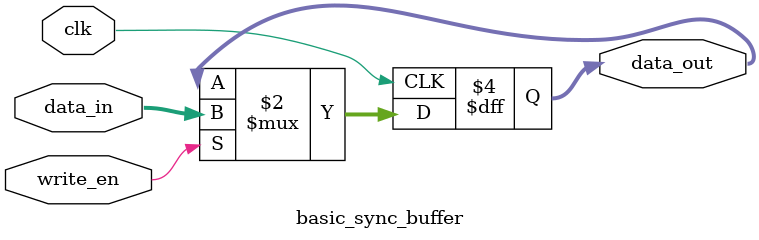
<source format=sv>
module basic_sync_buffer (
    input wire clk,
    input wire [7:0] data_in,
    input wire write_en,
    output reg [7:0] data_out
);
    always @(posedge clk) begin
        if (write_en)
            data_out <= data_in;
    end
endmodule
</source>
